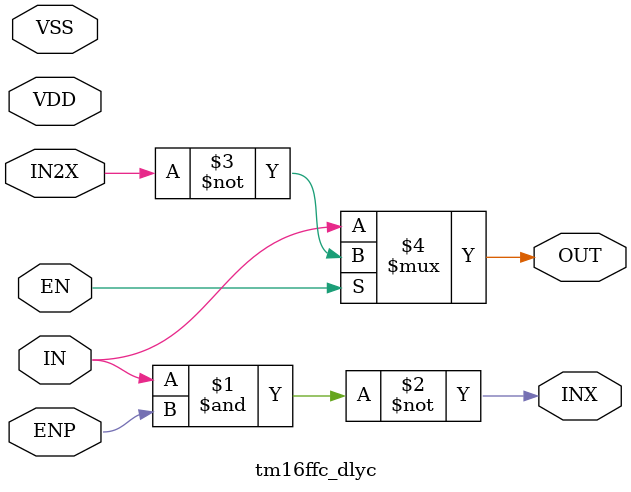
<source format=v>
`timescale 1ns/1ps

module tm16ffc_dlyc (IN, INX, IN2X, OUT, EN, ENP, VDD, VSS);
input   IN, IN2X, EN, ENP;
output  OUT, INX;
input	VDD;
input	VSS;

assign INX = ~(IN & ENP);
assign OUT = EN ? ~IN2X : IN;

specify
  (IN => INX) = (0.030, 0.030);
  if (EN) (IN2X => OUT) = (0.040, 0.040);
  if (~EN) (IN => OUT) = (0.072, 0.073);
endspecify
endmodule


</source>
